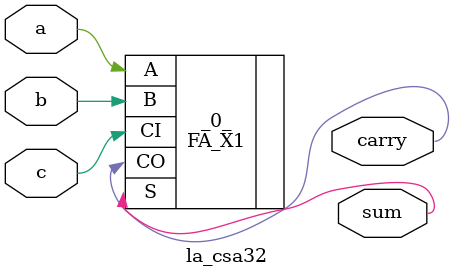
<source format=v>

/* Generated by Yosys 0.44 (git sha1 80ba43d26, g++ 11.4.0-1ubuntu1~22.04 -fPIC -O3) */

(* top =  1  *)
(* src = "inputs/la_csa32.v:10.1-23.10" *)
module la_csa32 (
    a,
    b,
    c,
    sum,
    carry
);
  (* src = "inputs/la_csa32.v:13.12-13.13" *)
  input a;
  wire a;
  (* src = "inputs/la_csa32.v:14.12-14.13" *)
  input b;
  wire b;
  (* src = "inputs/la_csa32.v:15.12-15.13" *)
  input c;
  wire c;
  (* src = "inputs/la_csa32.v:17.12-17.17" *)
  output carry;
  wire carry;
  (* src = "inputs/la_csa32.v:16.12-16.15" *)
  output sum;
  wire sum;
  (* module_not_derived = 32'b00000000000000000000000000000001 *) (* src = "/generated" *)
  FA_X1 _0_ (
      .A (a),
      .B (b),
      .CI(c),
      .CO(carry),
      .S (sum)
  );
endmodule

</source>
